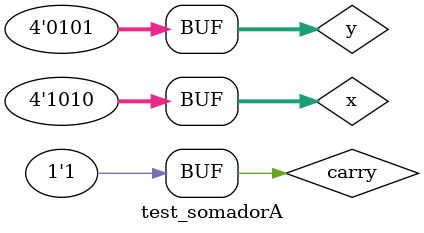
<source format=v>


module FullAdder(s, c_out, x, y, c_in);
  output s, c_out;
  input x, y, c_in;
  wire a, b, c;
  
  xor (a, x, y);
  xor (s, a, c_in);   
  and (b, x, y);
  and (c, a, c_in);
  or (c_out, c, b);
endmodule //FullAdder

module somadorA(s, c_out, x, y, c_in);
  output [3:0] s;
  output c_out;
  input  [3:0] x, y;
  input c_in;
  wire c1, c2, c3, z1, z2, z3, z4, z5;
  // descrever por portas 
  
  xor (z1, y[0] , c_in);
  xor (z2, y[1] , c_in);
  xor (z3, y[2] , c_in);
  xor (z4, y[3] , c_in);
  
  FullAdder FA0(s[0], c1, x[0], z1, c_in);
  FullAdder FA1(s[1], c2, x[1], z2, c1);
  FullAdder FA2(s[2], c3, x[2], z3, c2);
  FullAdder FA3(s[3], z5, x[3], z4, c3);
  xor (c_out, z5 , c_in);
endmodule //somadorA

module equals0(s, x);
  output s;
  input [3:0] x;
  wire s1,s2,s3,s4;
  
  // descrever por portas
  nor (s1, x[0], 0);
  nor (s2, x[1], 0);
  nor (s3, x[2], 0);
  nor (s4, x[3], 0);
  assign s = (s1 & s2 & s3 & s4);
  
endmodule // equals0


module test_somadorA; 

reg [3:0] x; 
reg [3:0] y; 
reg carry; 
wire [3:0] soma;
wire c_out, e0; 

somadorA somador(soma, c_out, x, y, carry);
equals0 equals(e0, soma);

initial begin
  $display("Exemplo0032 - Roger Rubens Machado"); 
  $display("Test Somador Algebrico - Equals 0"); 
  // projetar testes do somador complete 
  $monitor($time," x= %b y=%b c_in= %b ///  soma= %b /// equals 0 = %b (caso 1 verdadeiro caso 0 falso)\n",x, y, carry,soma,e0);
end
  

initial begin
  $display("		Soma");
  x = 4'd2;y = 4'd4; carry = 1'b0;


  #5 x = 4'd2;y = 4'd4;
  #5 x = 4'd6;y = 4'd8;
  #5 x = 4'd1;y = 4'd3;
  #5 x = 4'd5;y = 4'd7;
  #5 x = 4'd10;y = 4'd5;
  
   #5 x = 4'd2;y = 4'd4;carry = 1'b1;
	$display("		Subtração");
	
  #5 x = 4'd6;y = 4'd8;
  #5 x = 4'd3;y = 4'd3;
  #5 x = 4'd5;y = 4'd7;
  #5 x = 4'd10;y = 4'd5;
end
endmodule // test_fullAdder 
</source>
